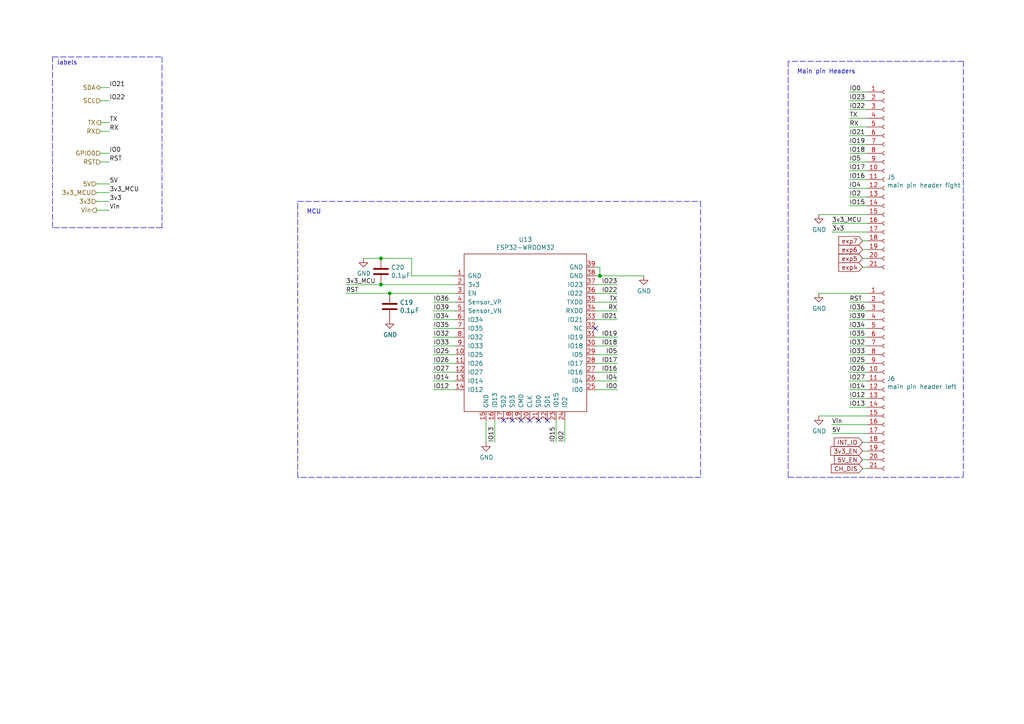
<source format=kicad_sch>
(kicad_sch (version 20250114) (generator "eeschema") (generator_version "9.0")
  (paper "A4")
  (title_block (title "SuperPower-uC") (date "2020-09-20") (rev "0.1") (comment 1 "Licence: CERN-OHL-W"))
  (lib_symbols
    (symbol "Connector:Conn_01x21_Socket" (pin_names (offset 1.016) (hide yes))
      (property "Reference" "J" (at 0 27.94 0))
      (property "Value" "Conn_01x21_Socket" (at 0 -27.94 0))
      (symbol "Conn_01x21_Socket_1_1"
        (polyline (pts (xy -1.27 25.4) (xy -0.508 25.4)) (stroke (width 0.1524)))
        (polyline (pts (xy -1.27 22.86) (xy -0.508 22.86)) (stroke (width 0.1524)))
        (polyline (pts (xy -1.27 20.32) (xy -0.508 20.32)) (stroke (width 0.1524)))
        (polyline (pts (xy -1.27 17.78) (xy -0.508 17.78)) (stroke (width 0.1524)))
        (polyline (pts (xy -1.27 15.24) (xy -0.508 15.24)) (stroke (width 0.1524)))
        (polyline (pts (xy -1.27 12.7) (xy -0.508 12.7)) (stroke (width 0.1524)))
        (polyline (pts (xy -1.27 10.16) (xy -0.508 10.16)) (stroke (width 0.1524)))
        (polyline (pts (xy -1.27 7.62) (xy -0.508 7.62)) (stroke (width 0.1524)))
        (polyline (pts (xy -1.27 5.08) (xy -0.508 5.08)) (stroke (width 0.1524)))
        (polyline (pts (xy -1.27 2.54) (xy -0.508 2.54)) (stroke (width 0.1524)))
        (polyline (pts (xy -1.27 0) (xy -0.508 0)) (stroke (width 0.1524)))
        (polyline (pts (xy -1.27 -2.54) (xy -0.508 -2.54)) (stroke (width 0.1524)))
        (polyline (pts (xy -1.27 -5.08) (xy -0.508 -5.08)) (stroke (width 0.1524)))
        (polyline (pts (xy -1.27 -7.62) (xy -0.508 -7.62)) (stroke (width 0.1524)))
        (polyline (pts (xy -1.27 -10.16) (xy -0.508 -10.16)) (stroke (width 0.1524)))
        (polyline (pts (xy -1.27 -12.7) (xy -0.508 -12.7)) (stroke (width 0.1524)))
        (polyline (pts (xy -1.27 -15.24) (xy -0.508 -15.24)) (stroke (width 0.1524)))
        (polyline (pts (xy -1.27 -17.78) (xy -0.508 -17.78)) (stroke (width 0.1524)))
        (polyline (pts (xy -1.27 -20.32) (xy -0.508 -20.32)) (stroke (width 0.1524)))
        (polyline (pts (xy -1.27 -22.86) (xy -0.508 -22.86)) (stroke (width 0.1524)))
        (polyline (pts (xy -1.27 -25.4) (xy -0.508 -25.4)) (stroke (width 0.1524)))
        (arc (start 0 24.892) (mid -0.5058 25.4) (end 0 25.908) (stroke (width 0.1524)))
        (arc (start 0 22.352) (mid -0.5058 22.86) (end 0 23.368) (stroke (width 0.1524)))
        (arc (start 0 19.812) (mid -0.5058 20.32) (end 0 20.828) (stroke (width 0.1524)))
        (arc (start 0 17.272) (mid -0.5058 17.78) (end 0 18.288) (stroke (width 0.1524)))
        (arc (start 0 14.732) (mid -0.5058 15.24) (end 0 15.748) (stroke (width 0.1524)))
        (arc (start 0 12.192) (mid -0.5058 12.7) (end 0 13.208) (stroke (width 0.1524)))
        (arc (start 0 9.652) (mid -0.5058 10.16) (end 0 10.668) (stroke (width 0.1524)))
        (arc (start 0 7.112) (mid -0.5058 7.62) (end 0 8.128) (stroke (width 0.1524)))
        (arc (start 0 4.572) (mid -0.5058 5.08) (end 0 5.588) (stroke (width 0.1524)))
        (arc (start 0 2.032) (mid -0.5058 2.54) (end 0 3.048) (stroke (width 0.1524)))
        (arc (start 0 -0.508) (mid -0.5058 0) (end 0 0.508) (stroke (width 0.1524)))
        (arc (start 0 -3.048) (mid -0.5058 -2.54) (end 0 -2.032) (stroke (width 0.1524)))
        (arc (start 0 -5.588) (mid -0.5058 -5.08) (end 0 -4.572) (stroke (width 0.1524)))
        (arc (start 0 -8.128) (mid -0.5058 -7.62) (end 0 -7.112) (stroke (width 0.1524)))
        (arc (start 0 -10.668) (mid -0.5058 -10.16) (end 0 -9.652) (stroke (width 0.1524)))
        (arc (start 0 -13.208) (mid -0.5058 -12.7) (end 0 -12.192) (stroke (width 0.1524)))
        (arc (start 0 -15.748) (mid -0.5058 -15.24) (end 0 -14.732) (stroke (width 0.1524)))
        (arc (start 0 -18.288) (mid -0.5058 -17.78) (end 0 -17.272) (stroke (width 0.1524)))
        (arc (start 0 -20.828) (mid -0.5058 -20.32) (end 0 -19.812) (stroke (width 0.1524)))
        (arc (start 0 -23.368) (mid -0.5058 -22.86) (end 0 -22.352) (stroke (width 0.1524)))
        (arc (start 0 -25.908) (mid -0.5058 -25.4) (end 0 -24.892) (stroke (width 0.1524)))
        (pin passive line (at -5.08 25.4 0) (length 3.81) (name "Pin_1") (number "1"))
        (pin passive line (at -5.08 22.86 0) (length 3.81) (name "Pin_2") (number "2"))
        (pin passive line (at -5.08 20.32 0) (length 3.81) (name "Pin_3") (number "3"))
        (pin passive line (at -5.08 17.78 0) (length 3.81) (name "Pin_4") (number "4"))
        (pin passive line (at -5.08 15.24 0) (length 3.81) (name "Pin_5") (number "5"))
        (pin passive line (at -5.08 12.7 0) (length 3.81) (name "Pin_6") (number "6"))
        (pin passive line (at -5.08 10.16 0) (length 3.81) (name "Pin_7") (number "7"))
        (pin passive line (at -5.08 7.62 0) (length 3.81) (name "Pin_8") (number "8"))
        (pin passive line (at -5.08 5.08 0) (length 3.81) (name "Pin_9") (number "9"))
        (pin passive line (at -5.08 2.54 0) (length 3.81) (name "Pin_10") (number "10"))
        (pin passive line (at -5.08 0 0) (length 3.81) (name "Pin_11") (number "11"))
        (pin passive line (at -5.08 -2.54 0) (length 3.81) (name "Pin_12") (number "12"))
        (pin passive line (at -5.08 -5.08 0) (length 3.81) (name "Pin_13") (number "13"))
        (pin passive line (at -5.08 -7.62 0) (length 3.81) (name "Pin_14") (number "14"))
        (pin passive line (at -5.08 -10.16 0) (length 3.81) (name "Pin_15") (number "15"))
        (pin passive line (at -5.08 -12.7 0) (length 3.81) (name "Pin_16") (number "16"))
        (pin passive line (at -5.08 -15.24 0) (length 3.81) (name "Pin_17") (number "17"))
        (pin passive line (at -5.08 -17.78 0) (length 3.81) (name "Pin_18") (number "18"))
        (pin passive line (at -5.08 -20.32 0) (length 3.81) (name "Pin_19") (number "19"))
        (pin passive line (at -5.08 -22.86 0) (length 3.81) (name "Pin_20") (number "20"))
        (pin passive line (at -5.08 -25.4 0) (length 3.81) (name "Pin_21") (number "21"))
      )
    )
    (symbol "Device:C" (pin_numbers (hide yes)) (pin_names (offset 0.254))
      (property "Reference" "C" (at 0.635 2.54 0))
      (property "Value" "C" (at 0.635 -2.54 0))
      (symbol "C_0_1"
        (polyline (pts (xy -2.032 0.762) (xy 2.032 0.762)) (stroke (width 0.508)))
        (polyline (pts (xy -2.032 -0.762) (xy 2.032 -0.762)) (stroke (width 0.508)))
      )
      (symbol "C_1_1"
        (pin passive line (at 0 3.81 270) (length 2.794) (name "~") (number "1"))
        (pin passive line (at 0 -3.81 90) (length 2.794) (name "~") (number "2"))
      )
    )
    (symbol "ESP32-WROOM32:ESP32-WROOM32" (pin_names (offset 1.016))
      (property "Reference" "U" (at 0 -2.54 0))
      (property "Value" "ESP32-WROOM32" (at 1.27 17.78 0))
      (symbol "ESP32-WROOM32_0_0"
        (pin power_in line (at -20.32 10.16 0) (length 2.54) (name "GND") (number "1"))
        (pin power_in line (at -20.32 7.62 0) (length 2.54) (name "3v3") (number "2"))
        (pin input line (at -20.32 5.08 0) (length 2.54) (name "EN") (number "3"))
        (pin bidirectional line (at -20.32 2.54 0) (length 2.54) (name "Sensor_VP") (number "4"))
        (pin bidirectional line (at -20.32 0 0) (length 2.54) (name "Sensor_VN") (number "5"))
        (pin bidirectional line (at -20.32 -2.54 0) (length 2.54) (name "IO34") (number "6"))
        (pin bidirectional line (at -20.32 -5.08 0) (length 2.54) (name "IO35") (number "7"))
        (pin bidirectional line (at -20.32 -7.62 0) (length 2.54) (name "IO32") (number "8"))
        (pin bidirectional line (at -20.32 -10.16 0) (length 2.54) (name "IO33") (number "9"))
        (pin bidirectional line (at -20.32 -12.7 0) (length 2.54) (name "IO25") (number "10"))
        (pin bidirectional line (at -20.32 -15.24 0) (length 2.54) (name "IO26") (number "11"))
        (pin bidirectional line (at -20.32 -17.78 0) (length 2.54) (name "IO27") (number "12"))
        (pin bidirectional line (at -20.32 -20.32 0) (length 2.54) (name "IO14") (number "13"))
        (pin bidirectional line (at -20.32 -22.86 0) (length 2.54) (name "IO12") (number "14"))
        (pin power_in line (at -11.43 -31.75 90) (length 2.54) (name "GND") (number "15"))
        (pin bidirectional line (at -8.89 -31.75 90) (length 2.54) (name "IO13") (number "16"))
        (pin bidirectional line (at -6.35 -31.75 90) (length 2.54) (name "SD2") (number "17"))
        (pin bidirectional line (at -3.81 -31.75 90) (length 2.54) (name "SD3") (number "18"))
        (pin input line (at -1.27 -31.75 90) (length 2.54) (name "CMD") (number "19"))
        (pin bidirectional line (at 1.27 -31.75 90) (length 2.54) (name "CLK") (number "20"))
        (pin bidirectional line (at 3.81 -31.75 90) (length 2.54) (name "SD0") (number "21"))
        (pin bidirectional line (at 6.35 -31.75 90) (length 2.54) (name "SD1") (number "22"))
        (pin bidirectional line (at 8.89 -31.75 90) (length 2.54) (name "IO15") (number "23"))
        (pin bidirectional line (at 11.43 -31.75 90) (length 2.54) (name "IO2") (number "24"))
        (pin power_in line (at 20.32 12.7 180) (length 2.54) (name "GND") (number "39"))
        (pin power_in line (at 20.32 10.16 180) (length 2.54) (name "GND") (number "38"))
        (pin bidirectional line (at 20.32 7.62 180) (length 2.54) (name "IO23") (number "37"))
        (pin bidirectional line (at 20.32 5.08 180) (length 2.54) (name "IO22") (number "36"))
        (pin bidirectional line (at 20.32 2.54 180) (length 2.54) (name "TXD0") (number "35"))
        (pin bidirectional line (at 20.32 0 180) (length 2.54) (name "RXD0") (number "34"))
        (pin bidirectional line (at 20.32 -2.54 180) (length 2.54) (name "IO21") (number "33"))
        (pin unspecified line (at 20.32 -5.08 180) (length 2.54) (name "NC") (number "32"))
        (pin bidirectional line (at 20.32 -7.62 180) (length 2.54) (name "IO19") (number "31"))
        (pin bidirectional line (at 20.32 -10.16 180) (length 2.54) (name "IO18") (number "30"))
        (pin bidirectional line (at 20.32 -12.7 180) (length 2.54) (name "IO5") (number "29"))
        (pin bidirectional line (at 20.32 -15.24 180) (length 2.54) (name "IO17") (number "28"))
        (pin bidirectional line (at 20.32 -17.78 180) (length 2.54) (name "IO16") (number "27"))
        (pin bidirectional line (at 20.32 -20.32 180) (length 2.54) (name "IO4") (number "26"))
        (pin bidirectional line (at 20.32 -22.86 180) (length 2.54) (name "IO0") (number "25"))
      )
      (symbol "ESP32-WROOM32_0_1"
        (rectangle (start 17.78 16.51) (end -17.78 -29.21))
      )
    )
    (symbol "power:GND" (power) (pin_numbers (hide yes)) (pin_names (offset 0) (hide yes))
      (property "Value" "GND" (at 0 -3.81 0))
      (symbol "GND_0_1"
        (polyline (pts (xy 0 0) (xy 0 -1.27) (xy 1.27 -1.27) (xy 0 -2.54) (xy -1.27 -1.27) (xy 0 -1.27)))
      )
      (symbol "GND_1_1"
        (pin power_in line (at 0 0 270) (length 0) (name "~") (number "1"))
      )
    )
  )
  (text "labels\n" (at 16.51 19.05 0) (effects (font (size 1.27 1.27)) (justify left bottom)))
  (text "MCU" (at 88.9 62.23 0) (effects (font (size 1.27 1.27)) (justify left bottom)))
  (text "Main pin Headers\n" (at 231.14 21.59 0) (effects (font (size 1.27 1.27)) (justify left bottom)))
  (junction (at 113.03 85.09))
  (junction (at 173.99 80.01))
  (junction (at 110.49 82.55))
  (junction (at 110.49 74.93))
  (no_connect (at 156.21 121.92))
  (no_connect (at 158.75 121.92))
  (no_connect (at 146.05 121.92))
  (no_connect (at 153.67 121.92))
  (no_connect (at 172.72 95.25))
  (no_connect (at 151.13 121.92))
  (no_connect (at 148.59 121.92))
  (wire (pts (xy 29.21 46.99) (xy 31.75 46.99)))
  (wire (pts (xy 246.38 29.21) (xy 251.46 29.21)))
  (wire (pts (xy 246.38 113.03) (xy 251.46 113.03)))
  (wire (pts (xy 163.83 128.27) (xy 163.83 121.92)))
  (wire (pts (xy 246.38 26.67) (xy 251.46 26.67)))
  (wire (pts (xy 179.07 92.71) (xy 172.72 92.71)))
  (wire (pts (xy 251.46 97.79) (xy 246.38 97.79)))
  (polyline (pts (xy 15.24 16.51) (xy 46.99 16.51)) (stroke (width 0) (type dash)))
  (wire (pts (xy 29.21 44.45) (xy 31.75 44.45)))
  (polyline (pts (xy 228.6 17.78) (xy 228.6 138.43)) (stroke (width 0) (type dash)))
  (wire (pts (xy 31.75 58.42) (xy 27.94 58.42)))
  (polyline (pts (xy 203.2 58.42) (xy 203.2 138.43)) (stroke (width 0) (type dash)))
  (wire (pts (xy 251.46 59.69) (xy 246.38 59.69)))
  (wire (pts (xy 119.38 74.93) (xy 119.38 80.01)))
  (wire (pts (xy 110.49 74.93) (xy 119.38 74.93)))
  (wire (pts (xy 179.07 100.33) (xy 172.72 100.33)))
  (wire (pts (xy 179.07 110.49) (xy 172.72 110.49)))
  (wire (pts (xy 132.08 82.55) (xy 110.49 82.55)))
  (wire (pts (xy 251.46 72.39) (xy 250.19 72.39)))
  (wire (pts (xy 27.94 55.88) (xy 31.75 55.88)))
  (wire (pts (xy 29.21 38.1) (xy 31.75 38.1)))
  (polyline (pts (xy 86.36 58.42) (xy 203.2 58.42)) (stroke (width 0) (type dash)))
  (wire (pts (xy 246.38 49.53) (xy 251.46 49.53)))
  (wire (pts (xy 179.07 105.41) (xy 172.72 105.41)))
  (wire (pts (xy 251.46 90.17) (xy 246.38 90.17)))
  (wire (pts (xy 179.07 87.63) (xy 172.72 87.63)))
  (wire (pts (xy 241.3 123.19) (xy 251.46 123.19)))
  (wire (pts (xy 246.38 44.45) (xy 251.46 44.45)))
  (wire (pts (xy 246.38 54.61) (xy 251.46 54.61)))
  (wire (pts (xy 250.19 128.27) (xy 251.46 128.27)))
  (wire (pts (xy 250.19 135.89) (xy 251.46 135.89)))
  (wire (pts (xy 179.07 90.17) (xy 172.72 90.17)))
  (wire (pts (xy 140.97 128.27) (xy 140.97 121.92)))
  (wire (pts (xy 132.08 90.17) (xy 125.73 90.17)))
  (wire (pts (xy 179.07 102.87) (xy 172.72 102.87)))
  (wire (pts (xy 246.38 39.37) (xy 251.46 39.37)))
  (wire (pts (xy 246.38 115.57) (xy 251.46 115.57)))
  (polyline (pts (xy 279.4 17.78) (xy 228.6 17.78)) (stroke (width 0) (type dash)))
  (wire (pts (xy 161.29 128.27) (xy 161.29 121.92)))
  (wire (pts (xy 251.46 62.23) (xy 237.49 62.23)))
  (wire (pts (xy 251.46 100.33) (xy 246.38 100.33)))
  (wire (pts (xy 173.99 80.01) (xy 186.69 80.01)))
  (wire (pts (xy 125.73 113.03) (xy 132.08 113.03)))
  (polyline (pts (xy 46.99 16.51) (xy 46.99 66.04)) (stroke (width 0) (type dash)))
  (wire (pts (xy 250.19 69.85) (xy 251.46 69.85)))
  (wire (pts (xy 246.38 36.83) (xy 251.46 36.83)))
  (wire (pts (xy 250.19 74.93) (xy 251.46 74.93)))
  (wire (pts (xy 132.08 95.25) (xy 125.73 95.25)))
  (wire (pts (xy 251.46 92.71) (xy 246.38 92.71)))
  (wire (pts (xy 179.07 97.79) (xy 172.72 97.79)))
  (wire (pts (xy 31.75 35.56) (xy 29.21 35.56)))
  (wire (pts (xy 173.99 77.47) (xy 172.72 77.47)))
  (polyline (pts (xy 203.2 138.43) (xy 86.36 138.43)) (stroke (width 0) (type dash)))
  (wire (pts (xy 100.33 85.09) (xy 113.03 85.09)))
  (polyline (pts (xy 279.4 17.78) (xy 279.4 138.43)) (stroke (width 0) (type dash)))
  (wire (pts (xy 132.08 92.71) (xy 125.73 92.71)))
  (wire (pts (xy 241.3 67.31) (xy 251.46 67.31)))
  (wire (pts (xy 179.07 113.03) (xy 172.72 113.03)))
  (wire (pts (xy 251.46 64.77) (xy 241.3 64.77)))
  (wire (pts (xy 246.38 31.75) (xy 251.46 31.75)))
  (wire (pts (xy 251.46 57.15) (xy 246.38 57.15)))
  (wire (pts (xy 246.38 105.41) (xy 251.46 105.41)))
  (wire (pts (xy 132.08 97.79) (xy 125.73 97.79)))
  (wire (pts (xy 251.46 95.25) (xy 246.38 95.25)))
  (wire (pts (xy 179.07 85.09) (xy 172.72 85.09)))
  (wire (pts (xy 246.38 87.63) (xy 251.46 87.63)))
  (wire (pts (xy 132.08 100.33) (xy 125.73 100.33)))
  (wire (pts (xy 251.46 118.11) (xy 246.38 118.11)))
  (wire (pts (xy 246.38 46.99) (xy 251.46 46.99)))
  (wire (pts (xy 125.73 102.87) (xy 132.08 102.87)))
  (wire (pts (xy 179.07 82.55) (xy 172.72 82.55)))
  (wire (pts (xy 29.21 29.21) (xy 31.75 29.21)))
  (wire (pts (xy 246.38 41.91) (xy 251.46 41.91)))
  (wire (pts (xy 100.33 82.55) (xy 110.49 82.55)))
  (wire (pts (xy 31.75 25.4) (xy 29.21 25.4)))
  (wire (pts (xy 246.38 52.07) (xy 251.46 52.07)))
  (wire (pts (xy 250.19 133.35) (xy 251.46 133.35)))
  (polyline (pts (xy 15.24 66.04) (xy 15.24 16.51)) (stroke (width 0) (type dash)))
  (wire (pts (xy 132.08 107.95) (xy 125.73 107.95)))
  (wire (pts (xy 132.08 105.41) (xy 125.73 105.41)))
  (wire (pts (xy 251.46 85.09) (xy 237.49 85.09)))
  (wire (pts (xy 251.46 77.47) (xy 250.19 77.47)))
  (wire (pts (xy 119.38 80.01) (xy 132.08 80.01)))
  (wire (pts (xy 143.51 128.27) (xy 143.51 121.92)))
  (wire (pts (xy 132.08 87.63) (xy 125.73 87.63)))
  (wire (pts (xy 251.46 110.49) (xy 246.38 110.49)))
  (polyline (pts (xy 228.6 138.43) (xy 279.4 138.43)) (stroke (width 0) (type dash)))
  (wire (pts (xy 27.94 60.96) (xy 31.75 60.96)))
  (wire (pts (xy 31.75 53.34) (xy 27.94 53.34)))
  (polyline (pts (xy 46.99 66.04) (xy 15.24 66.04)) (stroke (width 0) (type dash)))
  (wire (pts (xy 105.41 74.93) (xy 110.49 74.93)))
  (wire (pts (xy 241.3 125.73) (xy 251.46 125.73)))
  (wire (pts (xy 250.19 130.81) (xy 251.46 130.81)))
  (wire (pts (xy 251.46 120.65) (xy 237.49 120.65)))
  (wire (pts (xy 173.99 77.47) (xy 173.99 80.01)))
  (wire (pts (xy 251.46 102.87) (xy 246.38 102.87)))
  (wire (pts (xy 125.73 110.49) (xy 132.08 110.49)))
  (wire (pts (xy 251.46 107.95) (xy 246.38 107.95)))
  (wire (pts (xy 113.03 85.09) (xy 132.08 85.09)))
  (wire (pts (xy 179.07 107.95) (xy 172.72 107.95)))
  (polyline (pts (xy 86.36 138.43) (xy 86.36 58.42)) (stroke (width 0) (type dash)))
  (wire (pts (xy 172.72 80.01) (xy 173.99 80.01)))
  (wire (pts (xy 246.38 34.29) (xy 251.46 34.29)))
  (label "IO25" (at 246.38 105.41 0))
  (label "IO5" (at 179.07 102.87 180))
  (label "IO22" (at 179.07 85.09 180))
  (label "3v3" (at 31.75 58.42 0))
  (label "IO4" (at 179.07 110.49 180))
  (label "IO2" (at 246.38 57.15 0))
  (label "5V" (at 31.75 53.34 0))
  (label "IO16" (at 179.07 107.95 180))
  (label "IO22" (at 246.38 31.75 0))
  (label "3v3_MCU" (at 31.75 55.88 0))
  (label "IO21" (at 179.07 92.71 180))
  (label "3v3_MCU" (at 100.33 82.55 0))
  (label "IO35" (at 246.38 97.79 0))
  (label "IO36" (at 125.73 87.63 0))
  (label "Vin" (at 31.75 60.96 0))
  (label "IO19" (at 179.07 97.79 180))
  (label "5V" (at 241.3 125.73 0))
  (label "RST" (at 246.38 87.63 0))
  (label "IO33" (at 125.73 100.33 0))
  (label "Vin" (at 241.3 123.19 0))
  (label "IO12" (at 246.38 115.57 0))
  (label "IO32" (at 125.73 97.79 0))
  (label "IO32" (at 246.38 100.33 0))
  (label "TX" (at 31.75 35.56 0))
  (label "IO13" (at 143.51 128.27 90))
  (label "IO34" (at 246.38 95.25 0))
  (label "IO21" (at 31.75 25.4 0))
  (label "RST" (at 100.33 85.09 0))
  (label "TX" (at 179.07 87.63 180))
  (label "IO18" (at 246.38 44.45 0))
  (label "IO34" (at 125.73 92.71 0))
  (label "IO0" (at 179.07 113.03 180))
  (label "3v3" (at 241.3 67.31 0))
  (label "IO4" (at 246.38 54.61 0))
  (label "IO5" (at 246.38 46.99 0))
  (label "IO17" (at 246.38 49.53 0))
  (label "IO21" (at 246.38 39.37 0))
  (label "IO16" (at 246.38 52.07 0))
  (label "IO22" (at 31.75 29.21 0))
  (label "IO26" (at 125.73 105.41 0))
  (label "IO0" (at 31.75 44.45 0))
  (label "IO27" (at 125.73 107.95 0))
  (label "IO23" (at 179.07 82.55 180))
  (label "IO35" (at 125.73 95.25 0))
  (label "IO36" (at 246.38 90.17 0))
  (label "RST" (at 31.75 46.99 0))
  (label "IO26" (at 246.38 107.95 0))
  (label "IO33" (at 246.38 102.87 0))
  (label "IO15" (at 246.38 59.69 0))
  (label "IO14" (at 125.73 110.49 0))
  (label "IO39" (at 246.38 92.71 0))
  (label "IO19" (at 246.38 41.91 0))
  (label "IO39" (at 125.73 90.17 0))
  (label "IO23" (at 246.38 29.21 0))
  (label "IO18" (at 179.07 100.33 180))
  (label "TX" (at 246.38 34.29 0))
  (label "IO15" (at 161.29 128.27 90))
  (label "IO17" (at 179.07 105.41 180))
  (label "IO0" (at 246.38 26.67 0))
  (label "IO25" (at 125.73 102.87 0))
  (label "3v3_MCU" (at 241.3 64.77 0))
  (label "RX" (at 31.75 38.1 0))
  (label "RX" (at 246.38 36.83 0))
  (label "IO13" (at 246.38 118.11 0))
  (label "IO2" (at 163.83 128.27 90))
  (label "IO14" (at 246.38 113.03 0))
  (label "IO12" (at 125.73 113.03 0))
  (label "RX" (at 179.07 90.17 180))
  (label "IO27" (at 246.38 110.49 0))
  (global_label "exp7" (shape input) (at 250.19 69.85 180) (property "Intersheetrefs" "${INTERSHEET_REFS}" (effects (hide yes))))
  (global_label "exp4" (shape input) (at 250.19 77.47 180) (property "Intersheetrefs" "${INTERSHEET_REFS}" (effects (hide yes))))
  (global_label "5V_EN" (shape input) (at 250.19 133.35 180) (property "Intersheetrefs" "${INTERSHEET_REFS}" (effects (hide yes))))
  (global_label "exp6" (shape input) (at 250.19 72.39 180) (property "Intersheetrefs" "${INTERSHEET_REFS}" (effects (hide yes))))
  (global_label "3v3_EN" (shape input) (at 250.19 130.81 180) (property "Intersheetrefs" "${INTERSHEET_REFS}" (effects (hide yes))))
  (global_label "exp5" (shape input) (at 250.19 74.93 180) (property "Intersheetrefs" "${INTERSHEET_REFS}" (effects (hide yes))))
  (global_label "CH_DIS" (shape input) (at 250.19 135.89 180) (property "Intersheetrefs" "${INTERSHEET_REFS}" (effects (hide yes))))
  (global_label "INT_IO" (shape input) (at 250.19 128.27 180) (property "Intersheetrefs" "${INTERSHEET_REFS}" (effects (hide yes))))
  (hierarchical_label "Vin" (shape output) (at 27.94 60.96 180))
  (hierarchical_label "5V" (shape input) (at 27.94 53.34 180))
  (hierarchical_label "RX" (shape input) (at 29.21 38.1 180))
  (hierarchical_label "TX" (shape output) (at 29.21 35.56 180))
  (hierarchical_label "SDA" (shape bidirectional) (at 29.21 25.4 180))
  (hierarchical_label "SCL" (shape input) (at 29.21 29.21 180))
  (hierarchical_label "GPIO0" (shape input) (at 29.21 44.45 180))
  (hierarchical_label "RST" (shape input) (at 29.21 46.99 180))
  (hierarchical_label "3v3_MCU" (shape input) (at 27.94 55.88 180))
  (hierarchical_label "3v3" (shape input) (at 27.94 58.42 180))
  (symbol (lib_id "Device:C") (at 110.49 78.74 0) (unit 1)
    (property "Reference" "C20" (at 113.411 77.5716 0) (effects (justify left)))
    (property "Value" "0.1µF" (at 113.411 79.883 0) (effects (justify left)))
    (property "Footprint" "Capacitor_SMD:C_0603_1608Metric_Pad1.08x0.95mm_HandSolder" (effects (hide yes)))
    (property "LCSC" "C14858" (effects (hide yes)))
  )
  (symbol (lib_id "power:GND") (at 105.41 74.93 0) (unit 1)
    (property "Reference" "#PWR0116" (effects (hide yes)))
    (property "Value" "GND" (at 105.537 79.3242 0))
  )
  (symbol (lib_id "ESP32-WROOM32:ESP32-WROOM32") (at 152.4 90.17 0) (unit 1)
    (property "Reference" "U13" (at 152.4 69.469 0))
    (property "Value" "ESP32-WROOM32" (at 152.4 71.7804 0))
    (property "Footprint" "RF_Module:ESP32-WROOM-32" (effects (hide yes)))
    (property "Datasheet" "https://www.espressif.com/sites/default/files/documentation/esp32-wroom-32_datasheet_en.pdf" (effects (hide yes)))
    (property "LCSC" "C82899" (effects (hide yes)))
  )
  (symbol (lib_id "power:GND") (at 186.69 80.01 0) (unit 1)
    (property "Reference" "#PWR0115" (effects (hide yes)))
    (property "Value" "GND" (at 186.817 84.4042 0))
  )
  (symbol (lib_id "Device:C") (at 113.03 88.9 0) (unit 1)
    (property "Reference" "C19" (at 115.951 87.7316 0) (effects (justify left)))
    (property "Value" "0.1µF" (at 115.951 90.043 0) (effects (justify left)))
    (property "Footprint" "Capacitor_SMD:C_0603_1608Metric_Pad1.08x0.95mm_HandSolder" (effects (hide yes)))
    (property "LCSC" "C14858" (effects (hide yes)))
  )
  (symbol (lib_id "power:GND") (at 113.03 92.71 0) (unit 1)
    (property "Reference" "#PWR0117" (effects (hide yes)))
    (property "Value" "GND" (at 113.157 97.1042 0))
  )
  (symbol (lib_id "power:GND") (at 140.97 128.27 0) (unit 1)
    (property "Reference" "#PWR0118" (effects (hide yes)))
    (property "Value" "GND" (at 141.097 132.6642 0))
  )
  (symbol (lib_id "power:GND") (at 237.49 120.65 0) (unit 1)
    (property "Reference" "#PWR0120" (effects (hide yes)))
    (property "Value" "GND" (at 237.617 125.0442 0))
  )
  (symbol (lib_id "power:GND") (at 237.49 62.23 0) (unit 1)
    (property "Reference" "#PWR0119" (effects (hide yes)))
    (property "Value" "GND" (at 237.617 66.6242 0))
  )
  (symbol (lib_id "power:GND") (at 237.49 85.09 0) (unit 1)
    (property "Reference" "#PWR0128" (effects (hide yes)))
    (property "Value" "GND" (at 237.617 89.4842 0))
  )
  (symbol (lib_id "Connector:Conn_01x21_Socket") (at 256.54 110.49 0) (unit 1)
    (property "Reference" "J6" (at 257.2512 109.8296 0) (effects (justify left)))
    (property "Value" "main pin header left" (at 257.2512 112.141 0) (effects (justify left)))
    (property "Footprint" "Connector_PinSocket_2.54mm:PinSocket_1x21_P2.54mm_Vertical" (effects (hide yes)))
    (property "Description" "Generic connector, single row, 01x21, script generated" (effects (hide yes)))
  )
  (symbol (lib_id "Connector:Conn_01x21_Socket") (at 256.54 52.07 0) (unit 1)
    (property "Reference" "J5" (at 257.2512 51.4096 0) (effects (justify left)))
    (property "Value" "main pin header fight" (at 257.2512 53.721 0) (effects (justify left)))
    (property "Footprint" "Connector_PinSocket_2.54mm:PinSocket_1x21_P2.54mm_Vertical" (effects (hide yes)))
    (property "Description" "Generic connector, single row, 01x21, script generated" (effects (hide yes)))
  )
)
</source>
